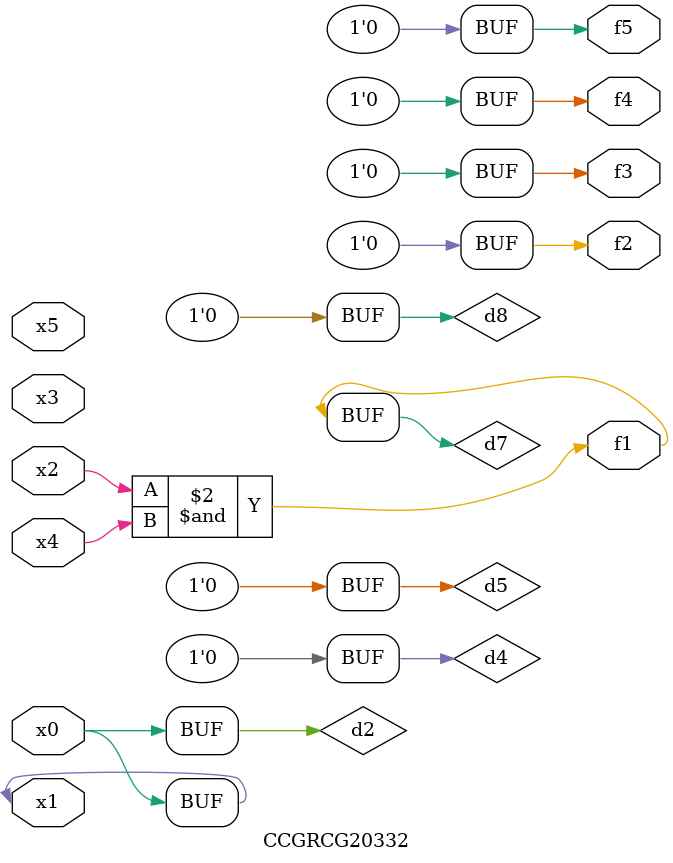
<source format=v>
module CCGRCG20332(
	input x0, x1, x2, x3, x4, x5,
	output f1, f2, f3, f4, f5
);

	wire d1, d2, d3, d4, d5, d6, d7, d8, d9;

	nand (d1, x1);
	buf (d2, x0, x1);
	nand (d3, x2, x4);
	and (d4, d1, d2);
	and (d5, d1, d2);
	nand (d6, d1, d3);
	not (d7, d3);
	xor (d8, d5);
	nor (d9, d5, d6);
	assign f1 = d7;
	assign f2 = d8;
	assign f3 = d8;
	assign f4 = d8;
	assign f5 = d8;
endmodule

</source>
